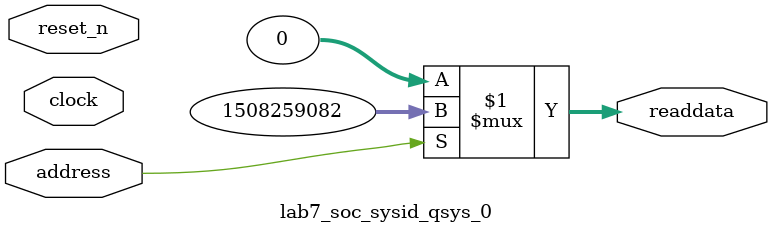
<source format=v>

`timescale 1ns / 1ps
// synthesis translate_on

// turn off superfluous verilog processor warnings 
// altera message_level Level1 
// altera message_off 10034 10035 10036 10037 10230 10240 10030 

module lab7_soc_sysid_qsys_0 (
               // inputs:
                address,
                clock,
                reset_n,

               // outputs:
                readdata
             )
;

  output  [ 31: 0] readdata;
  input            address;
  input            clock;
  input            reset_n;

  wire    [ 31: 0] readdata;
  //control_slave, which is an e_avalon_slave
  assign readdata = address ? 1508259082 : 0;

endmodule




</source>
